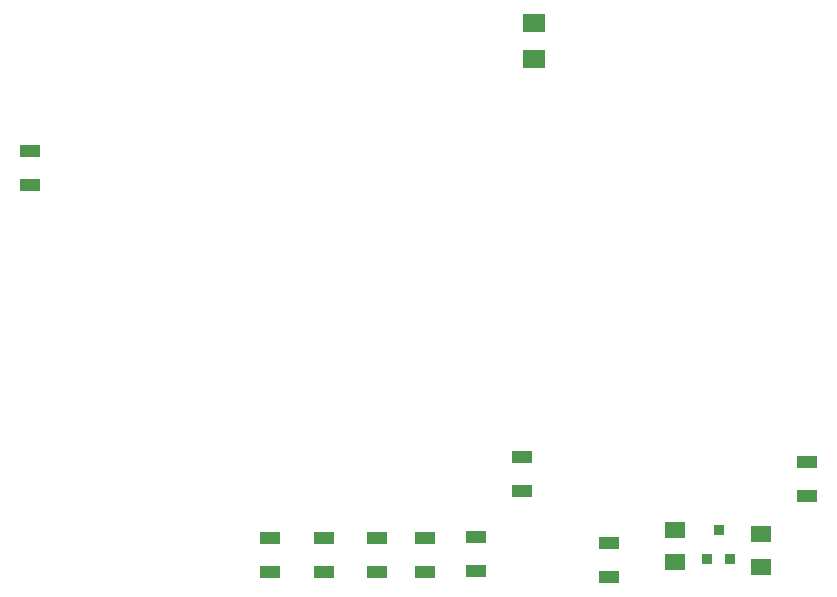
<source format=gbr>
%TF.GenerationSoftware,Altium Limited,Altium Designer,23.1.1 (15)*%
G04 Layer_Color=8421504*
%FSLAX45Y45*%
%MOMM*%
%TF.SameCoordinates,C52F0387-6C9F-4DBB-ABB6-C867BCF9EA55*%
%TF.FilePolarity,Positive*%
%TF.FileFunction,Paste,Top*%
%TF.Part,Single*%
G01*
G75*
%TA.AperFunction,SMDPad,CuDef*%
%ADD10R,1.71213X1.05814*%
%TA.AperFunction,ConnectorPad*%
%ADD11R,1.90000X1.50000*%
%ADD12R,1.75822X1.40375*%
%ADD13R,0.90000X0.95000*%
%ADD14R,1.71213X1.05814*%
D10*
X-4813300Y517703D02*
D03*
X-4356100D02*
D03*
X-3911600D02*
D03*
X-3505200D02*
D03*
X-3073400Y815802D02*
D03*
X-4813300Y803097D02*
D03*
X-4356100D02*
D03*
X-3911600D02*
D03*
X-3505200D02*
D03*
X-3073400Y530403D02*
D03*
X-6845300Y4079697D02*
D03*
Y3794303D02*
D03*
X-1943100Y764997D02*
D03*
Y479603D02*
D03*
X-2679700Y1488897D02*
D03*
Y1203498D02*
D03*
D11*
X-2578100Y4864100D02*
D03*
Y5164099D02*
D03*
D12*
X-1384300Y599039D02*
D03*
Y874161D02*
D03*
X-660400Y836061D02*
D03*
Y560939D02*
D03*
D13*
X-1111001Y624302D02*
D03*
X-1016000Y874298D02*
D03*
X-920999Y624302D02*
D03*
D14*
X-266700Y1447800D02*
D03*
Y1162406D02*
D03*
%TF.MD5,6db8c58120207ee3a5d64339a81fb00c*%
M02*

</source>
